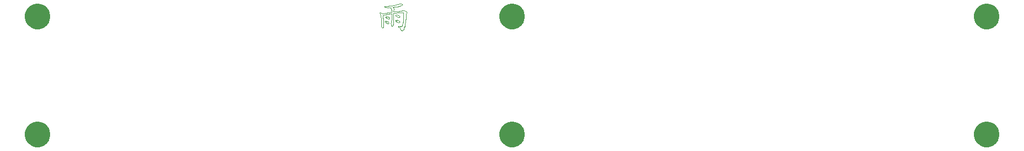
<source format=gbr>
G04 #@! TF.GenerationSoftware,KiCad,Pcbnew,(5.1.4)-1*
G04 #@! TF.CreationDate,2020-11-05T19:12:25-08:00*
G04 #@! TF.ProjectId,plate,706c6174-652e-46b6-9963-61645f706362,rev?*
G04 #@! TF.SameCoordinates,Original*
G04 #@! TF.FileFunction,Soldermask,Top*
G04 #@! TF.FilePolarity,Negative*
%FSLAX46Y46*%
G04 Gerber Fmt 4.6, Leading zero omitted, Abs format (unit mm)*
G04 Created by KiCad (PCBNEW (5.1.4)-1) date 2020-11-05 19:12:25*
%MOMM*%
%LPD*%
G04 APERTURE LIST*
%ADD10C,0.060000*%
%ADD11C,0.100000*%
G04 APERTURE END LIST*
D10*
X88439631Y-33340679D02*
G75*
G02X88487027Y-33339517I32367J-352927D01*
G01*
X90261009Y-33162793D02*
X90188915Y-33160999D01*
X88853336Y-33434103D02*
G75*
G02X88916959Y-33486620I-163983J-263455D01*
G01*
X88907425Y-33765416D02*
G75*
G02X88850426Y-33764643I-27336J86130D01*
G01*
X88380105Y-33360105D02*
G75*
G02X88405456Y-33347273I48168J-63701D01*
G01*
X88668714Y-33361231D02*
G75*
G02X88769268Y-33391785I-138066J-635117D01*
G01*
X88966498Y-33564658D02*
G75*
G02X88981817Y-33651386I-196788J-79475D01*
G01*
X88981817Y-33651386D02*
G75*
G02X88960108Y-33724037I-149538J5113D01*
G01*
X88850426Y-33764643D02*
G75*
G02X88749381Y-33723043I319937J920636D01*
G01*
X88749381Y-33723043D02*
G75*
G02X88630772Y-33657952I528879J1104331D01*
G01*
X88356719Y-33397513D02*
G75*
G02X88380105Y-33360104I60689J-11925D01*
G01*
X90124102Y-33161301D02*
X90070083Y-33163109D01*
X88405456Y-33347272D02*
G75*
G02X88439631Y-33340679I50233J-168499D01*
G01*
X88555634Y-33344007D02*
G75*
G02X88668713Y-33361231I-80215J-906400D01*
G01*
X88555635Y-33344006D02*
X88487027Y-33339517D01*
X88916959Y-33486621D02*
G75*
G02X88966498Y-33564659I-187498J-173766D01*
G01*
X88410772Y-33496423D02*
G75*
G02X88364241Y-33440947I147537J170998D01*
G01*
X88960108Y-33724037D02*
G75*
G02X88907425Y-33765416I-81565J49620D01*
G01*
X90052557Y-33167327D02*
G75*
G02X90070083Y-33163109I19670J-43211D01*
G01*
X88410771Y-33496424D02*
X88507308Y-33573795D01*
X90188915Y-33160999D02*
X90124102Y-33161301D01*
X88769268Y-33391785D02*
G75*
G02X88853337Y-33434103I-191354J-484811D01*
G01*
X88364241Y-33440947D02*
G75*
G02X88356720Y-33397513I52991J31544D01*
G01*
X88507308Y-33573795D02*
X88630772Y-33657952D01*
X90147466Y-33353051D02*
G75*
G02X90078705Y-33301068I152661J273406D01*
G01*
X90590823Y-33566916D02*
G75*
G02X90498643Y-33535044I94787J423382D01*
G01*
X90716215Y-33487550D02*
G75*
G02X90690119Y-33536520I-107802J26011D01*
G01*
X90668982Y-33317702D02*
G75*
G02X90717322Y-33429072I-236324J-168752D01*
G01*
X90261009Y-33162792D02*
G75*
G02X90444286Y-33184557I-42584J-1141150D01*
G01*
X89056542Y-32800109D02*
G75*
G02X89062270Y-32862742I-208170J-50613D01*
G01*
X90717323Y-33429071D02*
G75*
G02X90716216Y-33487550I-132650J-26740D01*
G01*
X90690119Y-33536520D02*
G75*
G02X90644919Y-33564925I-74474J68344D01*
G01*
X88967112Y-32678400D02*
G75*
G02X88994062Y-32696199I-93696J-171177D01*
G01*
X90045860Y-33260347D02*
G75*
G02X90029839Y-33220535I95768J61668D01*
G01*
X89031169Y-32938718D02*
G75*
G02X89013118Y-32950267I-30200J27318D01*
G01*
X90032738Y-33188266D02*
G75*
G02X90052557Y-33167327I35695J-13938D01*
G01*
X89062270Y-32862742D02*
G75*
G02X89047416Y-32915637I-127028J7138D01*
G01*
X89047416Y-32915637D02*
G75*
G02X89031169Y-32938718I-102268J54732D01*
G01*
X88429903Y-32622546D02*
G75*
G02X88474482Y-32599609I49201J-40834D01*
G01*
X88883611Y-32639801D02*
X88841176Y-32625332D01*
X88598648Y-32595536D02*
X88474482Y-32599609D01*
X88598648Y-32595536D02*
G75*
G02X88732277Y-32603339I-8795J-1298694D01*
G01*
X88927699Y-32658507D02*
X88883611Y-32639801D01*
X89032527Y-32740450D02*
G75*
G02X89056542Y-32800109I-193447J-112532D01*
G01*
X89013118Y-32950267D02*
G75*
G02X88987006Y-32953477I-21844J69885D01*
G01*
X90444285Y-33184558D02*
G75*
G02X90579376Y-33235972I-87252J-432437D01*
G01*
X88994062Y-32696199D02*
G75*
G02X89032527Y-32740449I-96619J-122832D01*
G01*
X88732277Y-32603339D02*
G75*
G02X88841176Y-32625332I-68235J-618466D01*
G01*
X90147466Y-33353051D02*
X90321894Y-33446994D01*
X90579377Y-33235971D02*
G75*
G02X90668983Y-33317702I-145775J-249809D01*
G01*
X88967112Y-32678400D02*
X88927699Y-32658507D01*
X90644918Y-33564924D02*
G75*
G02X90590823Y-33566915I-30834J101907D01*
G01*
X90029838Y-33220535D02*
G75*
G02X90032737Y-33188266I57001J11144D01*
G01*
X90078705Y-33301068D02*
G75*
G02X90045860Y-33260347I173759J173760D01*
G01*
X88940585Y-32949030D02*
X88987006Y-32953477D01*
X90321894Y-33446994D02*
X90498643Y-33535044D01*
X89740238Y-31485374D02*
X89779032Y-31307235D01*
X89689829Y-31154069D02*
G75*
G02X89758417Y-31207413I-376443J-554792D01*
G01*
X89859463Y-31017551D02*
X90034405Y-30988637D01*
X89609739Y-31060994D02*
G75*
G02X89633846Y-31054648I77246J-244480D01*
G01*
X89662557Y-31049474D02*
X89712624Y-31041650D01*
X89712624Y-31041650D02*
X89859463Y-31017551D01*
X89780603Y-31248221D02*
G75*
G02X89779032Y-31307235I-165168J-25131D01*
G01*
X89591529Y-31067606D02*
X89609739Y-31060994D01*
X89591615Y-31080210D02*
G75*
G02X89588072Y-31073008I6388J7616D01*
G01*
X91160767Y-30699702D02*
G75*
G02X91110207Y-30762585I-93602J23492D01*
G01*
X91110206Y-30762584D02*
G75*
G02X90977776Y-30813250I-326854J655930D01*
G01*
X90977776Y-30813250D02*
G75*
G02X90734501Y-30868508I-732983J2663886D01*
G01*
X90034405Y-30988637D02*
X90227557Y-30956481D01*
X89633846Y-31054648D02*
X89662557Y-31049474D01*
X89588073Y-31073009D02*
G75*
G02X89591529Y-31067606I5585J234D01*
G01*
X89758417Y-31207413D02*
G75*
G02X89780603Y-31248221I-45334J-51082D01*
G01*
X89618176Y-31101921D02*
X89591616Y-31080209D01*
X89650993Y-31126848D02*
X89618176Y-31101921D01*
X89689829Y-31154070D02*
X89650993Y-31126848D01*
X90227557Y-30956481D02*
X90734501Y-30868508D01*
X91436907Y-34437034D02*
G75*
G02X91380612Y-34562953I-1369258J536608D01*
G01*
X91123797Y-31624419D02*
G75*
G02X91264452Y-31599048I336187J-1461215D01*
G01*
X91640094Y-33332416D02*
X91697140Y-32725374D01*
X91307104Y-34696907D02*
X91380612Y-34562953D01*
X91465222Y-31621867D02*
G75*
G02X91584503Y-31676122I-402854J-1043945D01*
G01*
X91895278Y-31896288D02*
X91816417Y-31826579D01*
X91510315Y-34190613D02*
G75*
G02X91436906Y-34437033I-1500587J312885D01*
G01*
X90747557Y-31683922D02*
X90485002Y-31714805D01*
X91775620Y-31794237D02*
X91715762Y-31753627D01*
X91780675Y-32140037D02*
G75*
G02X91831880Y-32020831I939351J-332897D01*
G01*
X89717841Y-31603091D02*
X89740238Y-31485374D01*
X89708771Y-31703416D02*
G75*
G02X89717841Y-31603091I822582J-23795D01*
G01*
X91775621Y-31794237D02*
G75*
G02X91816417Y-31826579I-281122J-396520D01*
G01*
X91748408Y-32259044D02*
G75*
G02X91780675Y-32140038I799531J-152905D01*
G01*
X89711506Y-31777541D02*
G75*
G02X89708771Y-31703415I561121J57815D01*
G01*
X91510316Y-34190613D02*
X91577697Y-33816547D01*
X89731270Y-31795375D02*
G75*
G02X89711506Y-31777541I1J19870D01*
G01*
X91715762Y-31753627D02*
X91648882Y-31712145D01*
X90485002Y-31714805D02*
X90139342Y-31753361D01*
X90852529Y-31670130D02*
X90747557Y-31683922D01*
X91264453Y-31599049D02*
G75*
G02X91367961Y-31598064I55793J-424184D01*
G01*
X91697140Y-32725374D02*
X91724506Y-32423855D01*
X89777701Y-31792857D02*
G75*
G02X89731271Y-31795374I-46430J426906D01*
G01*
X91058565Y-31637638D02*
X90961202Y-31653879D01*
X91831880Y-32020831D02*
X91895278Y-31896288D01*
X91367960Y-31598064D02*
G75*
G02X91465221Y-31621867I-43650J-388956D01*
G01*
X90139342Y-31753361D02*
X89777701Y-31792857D01*
X91724506Y-32423855D02*
G75*
G02X91748408Y-32259044I1844540J-183376D01*
G01*
X91577697Y-33816547D02*
X91640094Y-33332416D01*
X90961202Y-31653879D02*
X90852529Y-31670130D01*
X91648882Y-31712145D02*
X91584503Y-31676122D01*
X91123798Y-31624419D02*
X91058565Y-31637638D01*
X91133134Y-33999914D02*
G75*
G02X91107992Y-34072516I-615995J172669D01*
G01*
X91337694Y-32236227D02*
X91327122Y-32544950D01*
X90829814Y-34592156D02*
X90900184Y-34681467D01*
X90581681Y-34302760D02*
X90679377Y-34415374D01*
X90484719Y-34155914D02*
G75*
G02X90490155Y-34126203I23937J10973D01*
G01*
X90490155Y-34126203D02*
G75*
G02X90496928Y-34124101I5415J-5484D01*
G01*
X90707557Y-34166712D02*
X90626519Y-34148908D01*
X90881355Y-34204609D02*
X90707557Y-34166712D01*
X91047714Y-34160374D02*
G75*
G02X90995483Y-34198193I-199304J220281D01*
G01*
X91081807Y-34121116D02*
G75*
G02X91047714Y-34160374I-179507J121461D01*
G01*
X91267164Y-33292724D02*
X91221094Y-33612805D01*
X91107992Y-34072517D02*
G75*
G02X91081808Y-34121117I-253577J105263D01*
G01*
X91303193Y-32931812D02*
X91267164Y-33292724D01*
X91166549Y-33874105D02*
X91133134Y-33999914D01*
X91327122Y-32544950D02*
X91303193Y-32931812D01*
X91232851Y-34813653D02*
X91307104Y-34696907D01*
X90518956Y-34217900D02*
G75*
G02X90484719Y-34155915I396538J259478D01*
G01*
X91232851Y-34813653D02*
G75*
G02X91182731Y-34864504I-163509J111034D01*
G01*
X90752437Y-34498728D02*
X90829814Y-34592156D01*
X90949066Y-34210954D02*
G75*
G02X90881355Y-34204609I-5664J304026D01*
G01*
X91331269Y-32076212D02*
G75*
G02X91337694Y-32236227I-1248959J-130285D01*
G01*
X91182731Y-34864504D02*
G75*
G02X91123050Y-34892798I-113099J161472D01*
G01*
X90679377Y-34415374D02*
X90752437Y-34498728D01*
X90581681Y-34302760D02*
G75*
G02X90518957Y-34217900I711118J591230D01*
G01*
X90995484Y-34198194D02*
G75*
G02X90949067Y-34210954I-48232J84642D01*
G01*
X91123049Y-34892798D02*
G75*
G02X91073454Y-34888281I-18891J67114D01*
G01*
X91073454Y-34888281D02*
G75*
G02X91022050Y-34847281I67162J136926D01*
G01*
X90626519Y-34148908D02*
X90557070Y-34135088D01*
X90950049Y-34750374D02*
X91022050Y-34847281D01*
X91221094Y-33612805D02*
X91166549Y-33874105D01*
X90900184Y-34681467D02*
X90950049Y-34750374D01*
X90557070Y-34135088D02*
X90496928Y-34124101D01*
X90825917Y-30499411D02*
G75*
G02X90886992Y-30506723I-11630J-355850D01*
G01*
X91121255Y-30603325D02*
G75*
G02X91156254Y-30650460I-93060J-105663D01*
G01*
X90439626Y-32674402D02*
G75*
G02X90197006Y-32573077I927994J2563185D01*
G01*
X91056136Y-30560929D02*
G75*
G02X91121254Y-30603325I-112674J-244268D01*
G01*
X90063710Y-32476996D02*
G75*
G02X90055518Y-32403926I43577J41880D01*
G01*
X90718754Y-32590191D02*
G75*
G02X90705162Y-32653701I-109952J-9679D01*
G01*
X88424747Y-32662867D02*
G75*
G02X88429903Y-32622547I34341J16098D01*
G01*
X90697119Y-32519866D02*
G75*
G02X90718754Y-32590191I-153628J-85753D01*
G01*
X90129628Y-32351842D02*
G75*
G02X90235957Y-32340516I115554J-580043D01*
G01*
X90614432Y-32710564D02*
G75*
G02X90540837Y-32704755I-18399J235994D01*
G01*
X90759264Y-30502240D02*
X90661736Y-30516186D01*
X88940585Y-32949030D02*
G75*
G02X88896757Y-32938824I31024J232434D01*
G01*
X88827417Y-32913611D02*
X88896757Y-32938824D01*
X88749086Y-32880787D02*
X88827417Y-32913611D01*
X88542268Y-32772782D02*
X88671927Y-32844015D01*
X90562627Y-32398345D02*
G75*
G02X90642626Y-32452503I-176491J-346867D01*
G01*
X90667428Y-32693205D02*
G75*
G02X90614431Y-32710564I-62161J100199D01*
G01*
X90963599Y-30526052D02*
X90886992Y-30506723D01*
X90540837Y-32704754D02*
G75*
G02X90439626Y-32674402I220070J917751D01*
G01*
X90963599Y-30526053D02*
G75*
G02X91056136Y-30560929I-196334J-661125D01*
G01*
X90474091Y-32365937D02*
G75*
G02X90562627Y-32398345I-90361J-384004D01*
G01*
X90759264Y-30502240D02*
G75*
G02X90825917Y-30499410I52131J-441509D01*
G01*
X90197006Y-32573076D02*
G75*
G02X90063710Y-32476996I196311J412851D01*
G01*
X90055518Y-32403926D02*
G75*
G02X90129628Y-32351842I96009J-57844D01*
G01*
X90642626Y-32452503D02*
G75*
G02X90697119Y-32519866I-167711J-191393D01*
G01*
X91156253Y-30650459D02*
G75*
G02X91160767Y-30699702I-67949J-31056D01*
G01*
X88671927Y-32844015D02*
X88749086Y-32880787D01*
X90235957Y-32340515D02*
G75*
G02X90357781Y-32346086I15527J-995326D01*
G01*
X90357781Y-32346086D02*
G75*
G02X90474091Y-32365938I-101578J-945802D01*
G01*
X90705162Y-32653702D02*
G75*
G02X90667428Y-32693205I-95254J53215D01*
G01*
X88461438Y-32712764D02*
G75*
G02X88424747Y-32662867I107521J117501D01*
G01*
X88542269Y-32772782D02*
G75*
G02X88461438Y-32712765I251645J423352D01*
G01*
X91308495Y-31983692D02*
G75*
G02X91331269Y-32076212I-323115J-128601D01*
G01*
X89685291Y-33607892D02*
X89687445Y-32981555D01*
X91019097Y-31921783D02*
X91202518Y-31917998D01*
X89688681Y-32626616D02*
X89692396Y-32326096D01*
X89650969Y-34017359D02*
G75*
G02X89603135Y-34121484I-298624J74135D01*
G01*
X89470710Y-34135424D02*
G75*
G02X89423519Y-34053997I529147J361052D01*
G01*
X90754210Y-31936014D02*
X91019097Y-31921783D01*
X89423519Y-34053998D02*
G75*
G02X89373290Y-33925860I793201J384842D01*
G01*
X89674789Y-33868412D02*
X89685291Y-33607892D01*
X89687445Y-32981555D02*
X89688681Y-32626616D01*
X89902211Y-32010459D02*
X90099307Y-31988671D01*
X89704143Y-32047483D02*
G75*
G02X89748421Y-32031350I61101J-98864D01*
G01*
X89697357Y-32059386D02*
G75*
G02X89704143Y-32047484I14313J-276D01*
G01*
X89603135Y-34121484D02*
G75*
G02X89558132Y-34165013I-139374J99066D01*
G01*
X89748421Y-32031350D02*
X89902211Y-32010459D01*
X89692396Y-32326096D02*
X89697356Y-32059386D01*
X89674789Y-33868412D02*
G75*
G02X89650969Y-34017359I-888495J65713D01*
G01*
X90099307Y-31988671D02*
X90347557Y-31966783D01*
X89558132Y-34165013D02*
G75*
G02X89514649Y-34169930I-26558J40129D01*
G01*
X89514649Y-34169930D02*
G75*
G02X89470710Y-34135425I32582J86718D01*
G01*
X89373290Y-33925859D02*
G75*
G02X89346275Y-33796896I709441J215923D01*
G01*
X90347557Y-31966783D02*
X90754210Y-31936014D01*
X89302206Y-32090888D02*
X89345113Y-32083954D01*
X89197526Y-32107067D02*
X89302206Y-32090888D01*
X88691384Y-32186285D02*
X88937557Y-32146696D01*
X88937557Y-32146696D02*
X89072698Y-32126187D01*
X88475123Y-32226225D02*
X88691384Y-32186285D01*
X89402105Y-32708989D02*
X89395465Y-33015726D01*
X89345113Y-32083954D02*
X89412670Y-32072603D01*
X89072698Y-32126187D02*
X89197526Y-32107067D01*
X89342012Y-33661559D02*
G75*
G02X89359792Y-33514303I1129515J-61682D01*
G01*
X89346275Y-33796897D02*
G75*
G02X89342012Y-33661560I782357J92381D01*
G01*
X89375241Y-33401635D02*
G75*
G02X89359792Y-33514303I-1144810J99582D01*
G01*
X89386667Y-33237817D02*
X89375241Y-33401636D01*
X89395465Y-33015726D02*
X89386667Y-33237817D01*
X89412670Y-32072603D02*
X89402105Y-32708989D01*
X88287617Y-32266581D02*
X88475123Y-32226225D01*
X91263296Y-31933093D02*
G75*
G02X91308494Y-31983692I-46642J-87151D01*
G01*
X91202519Y-31917998D02*
G75*
G02X91263296Y-31933094I572J-127590D01*
G01*
X90440763Y-30568465D02*
X90351736Y-30592818D01*
X90661736Y-30516186D02*
X90611005Y-30526280D01*
X90531148Y-30545341D02*
X90440763Y-30568465D01*
X90351736Y-30592818D02*
X90127357Y-30652749D01*
X88351699Y-30942155D02*
X88316700Y-30953049D01*
X88392825Y-30932832D02*
X88351699Y-30942155D01*
X89897278Y-30707340D02*
X89658391Y-30757289D01*
X89221035Y-30833240D02*
X89038140Y-30858541D01*
X89658391Y-30757289D02*
X89407557Y-30803282D01*
X90127357Y-30652749D02*
X89897278Y-30707340D01*
X90611005Y-30526280D02*
X90531148Y-30545341D01*
X89407557Y-30803282D02*
X89221035Y-30833240D01*
X88434793Y-30926698D02*
X88392825Y-30932832D01*
X88804531Y-30886352D02*
X88434793Y-30926698D01*
X89038140Y-30858541D02*
X88804531Y-30886352D01*
X88034217Y-32731837D02*
X88021337Y-32338300D01*
X88029592Y-34410975D02*
G75*
G02X88012177Y-34415374I-17415J32274D01*
G01*
X88076592Y-34350374D02*
G75*
G02X88062843Y-34377536I-187707J77953D01*
G01*
X88117639Y-34089532D02*
G75*
G02X88106466Y-34239623I-1275449J19484D01*
G01*
X87961789Y-34399313D02*
G75*
G02X87888251Y-34339745I430425J606549D01*
G01*
X87817757Y-34265295D02*
G75*
G02X87771115Y-34193272I287803J237493D01*
G01*
X87747535Y-34121301D02*
G75*
G02X87737216Y-34024129I708196J124337D01*
G01*
X87533212Y-32034549D02*
G75*
G02X87536254Y-32000576I58345J11897D01*
G01*
X87734953Y-33852362D02*
X87737216Y-34024129D01*
X87536254Y-32000576D02*
G75*
G02X87557582Y-31968206I89374J-35677D01*
G01*
X88021337Y-32338300D02*
X88129447Y-32307444D01*
X88042095Y-32914820D02*
X88034217Y-32731837D01*
X88055456Y-33141960D02*
X88042095Y-32914820D01*
X88071658Y-33374446D02*
X88055456Y-33141960D01*
X88088431Y-33575374D02*
X88071658Y-33374446D01*
X88112443Y-33881146D02*
X88088431Y-33575374D01*
X88117639Y-34089532D02*
X88112443Y-33881146D01*
X88106467Y-34239622D02*
G75*
G02X88076592Y-34350374I-438029J58750D01*
G01*
X87690853Y-32428459D02*
G75*
G02X87730915Y-32614319I-902718J-291828D01*
G01*
X87608317Y-32217025D02*
G75*
G02X87690853Y-32428459I-1733440J-798498D01*
G01*
X88062843Y-34377536D02*
G75*
G02X88046824Y-34398083I-94175J56906D01*
G01*
X87888251Y-34339745D02*
G75*
G02X87817757Y-34265295I509764J553276D01*
G01*
X88046824Y-34398083D02*
G75*
G02X88029592Y-34410976I-51988J51520D01*
G01*
X87730915Y-32614320D02*
G75*
G02X87745118Y-32867886I-2255592J-253524D01*
G01*
X88012177Y-34415374D02*
G75*
G02X87961790Y-34399313I0J87066D01*
G01*
X87741043Y-33397872D02*
X87734953Y-33852362D01*
X87745118Y-32867886D02*
X87741043Y-33397872D01*
X87549926Y-32087200D02*
G75*
G02X87533211Y-32034549I238472J104685D01*
G01*
X87549925Y-32087199D02*
X87608317Y-32217024D01*
X87557582Y-31968206D02*
G75*
G02X87595368Y-31950997I41889J-41890D01*
G01*
X87771115Y-34193272D02*
G75*
G02X87747534Y-34121301I238450J117976D01*
G01*
X88129447Y-32307444D02*
X88287617Y-32266581D01*
X88737557Y-31954729D02*
X88568998Y-31986781D01*
X88273133Y-30993709D02*
G75*
G02X88276880Y-30980834I14258J2833D01*
G01*
X88424431Y-31111113D02*
G75*
G02X88311593Y-31041229I92221J274943D01*
G01*
X89324194Y-31195400D02*
G75*
G02X89359108Y-31296172I-612100J-268508D01*
G01*
X88900808Y-31924126D02*
X88737557Y-31954729D01*
X88822997Y-31168069D02*
G75*
G02X88604400Y-31153974I-20941J1377418D01*
G01*
X89275441Y-31863378D02*
X89198024Y-31873470D01*
X89198024Y-31873470D02*
X89060560Y-31896037D01*
X88296225Y-30963875D02*
G75*
G02X88316700Y-30953049I47312J-64704D01*
G01*
X89413326Y-31849260D02*
X89275441Y-31863378D01*
X87595368Y-31950998D02*
G75*
G02X87650128Y-31956259I11593J-166957D01*
G01*
X87917116Y-32099664D02*
X87817095Y-32037488D01*
X87650128Y-31956259D02*
G75*
G02X87723032Y-31984290I-95042J-356007D01*
G01*
X87817095Y-32037488D02*
X87723032Y-31984290D01*
X88234937Y-32047636D02*
X88127336Y-32065813D01*
X88568998Y-31986781D02*
X88393304Y-32019219D01*
X89141138Y-31138691D02*
X89209214Y-31133260D01*
X89057557Y-31149381D02*
G75*
G02X88822997Y-31168069I-262392J1811923D01*
G01*
X89057557Y-31149380D02*
X89141138Y-31138691D01*
X89280364Y-31138526D02*
G75*
G02X89324194Y-31195400I-92708J-116769D01*
G01*
X89060560Y-31896037D02*
X88900808Y-31924126D01*
X89385002Y-31431583D02*
X89400000Y-31600000D01*
X89359108Y-31296172D02*
G75*
G02X89385002Y-31431583I-1031763J-267482D01*
G01*
X88604400Y-31153974D02*
G75*
G02X88424432Y-31111114I147957J1020521D01*
G01*
X88280873Y-31009044D02*
X88311593Y-31041229D01*
X88127336Y-32065813D02*
X87917116Y-32099664D01*
X89209214Y-31133260D02*
X89261985Y-31132077D01*
X88393304Y-32019219D02*
X88234937Y-32047636D01*
X88280873Y-31009044D02*
G75*
G02X88273132Y-30993709I23690J21580D01*
G01*
X88276881Y-30980834D02*
G75*
G02X88296225Y-30963875I105344J-100653D01*
G01*
X89261986Y-31132077D02*
G75*
G02X89280365Y-31138526I-115J-29742D01*
G01*
X89400000Y-31600000D02*
X89413326Y-31849260D01*
D11*
G36*
X109342004Y-49621568D02*
G01*
X109715261Y-49776176D01*
X109715263Y-49776177D01*
X110051186Y-50000634D01*
X110336866Y-50286314D01*
X110560863Y-50621548D01*
X110561324Y-50622239D01*
X110715932Y-50995496D01*
X110794750Y-51391743D01*
X110794750Y-51795757D01*
X110715932Y-52192004D01*
X110604148Y-52461874D01*
X110561323Y-52565263D01*
X110336866Y-52901186D01*
X110051186Y-53186866D01*
X109715263Y-53411323D01*
X109715262Y-53411324D01*
X109715261Y-53411324D01*
X109342004Y-53565932D01*
X108945757Y-53644750D01*
X108541743Y-53644750D01*
X108145496Y-53565932D01*
X107772239Y-53411324D01*
X107772238Y-53411324D01*
X107772237Y-53411323D01*
X107436314Y-53186866D01*
X107150634Y-52901186D01*
X106926177Y-52565263D01*
X106883352Y-52461874D01*
X106771568Y-52192004D01*
X106692750Y-51795757D01*
X106692750Y-51391743D01*
X106771568Y-50995496D01*
X106926176Y-50622239D01*
X106926638Y-50621548D01*
X107150634Y-50286314D01*
X107436314Y-50000634D01*
X107772237Y-49776177D01*
X107772239Y-49776176D01*
X108145496Y-49621568D01*
X108541743Y-49542750D01*
X108945757Y-49542750D01*
X109342004Y-49621568D01*
X109342004Y-49621568D01*
G37*
G36*
X33142004Y-49621568D02*
G01*
X33515261Y-49776176D01*
X33515263Y-49776177D01*
X33851186Y-50000634D01*
X34136866Y-50286314D01*
X34360863Y-50621548D01*
X34361324Y-50622239D01*
X34515932Y-50995496D01*
X34594750Y-51391743D01*
X34594750Y-51795757D01*
X34515932Y-52192004D01*
X34404148Y-52461874D01*
X34361323Y-52565263D01*
X34136866Y-52901186D01*
X33851186Y-53186866D01*
X33515263Y-53411323D01*
X33515262Y-53411324D01*
X33515261Y-53411324D01*
X33142004Y-53565932D01*
X32745757Y-53644750D01*
X32341743Y-53644750D01*
X31945496Y-53565932D01*
X31572239Y-53411324D01*
X31572238Y-53411324D01*
X31572237Y-53411323D01*
X31236314Y-53186866D01*
X30950634Y-52901186D01*
X30726177Y-52565263D01*
X30683352Y-52461874D01*
X30571568Y-52192004D01*
X30492750Y-51795757D01*
X30492750Y-51391743D01*
X30571568Y-50995496D01*
X30726176Y-50622239D01*
X30726638Y-50621548D01*
X30950634Y-50286314D01*
X31236314Y-50000634D01*
X31572237Y-49776177D01*
X31572239Y-49776176D01*
X31945496Y-49621568D01*
X32341743Y-49542750D01*
X32745757Y-49542750D01*
X33142004Y-49621568D01*
X33142004Y-49621568D01*
G37*
G36*
X185542004Y-49621568D02*
G01*
X185915261Y-49776176D01*
X185915263Y-49776177D01*
X186251186Y-50000634D01*
X186536866Y-50286314D01*
X186760863Y-50621548D01*
X186761324Y-50622239D01*
X186915932Y-50995496D01*
X186994750Y-51391743D01*
X186994750Y-51795757D01*
X186915932Y-52192004D01*
X186804148Y-52461874D01*
X186761323Y-52565263D01*
X186536866Y-52901186D01*
X186251186Y-53186866D01*
X185915263Y-53411323D01*
X185915262Y-53411324D01*
X185915261Y-53411324D01*
X185542004Y-53565932D01*
X185145757Y-53644750D01*
X184741743Y-53644750D01*
X184345496Y-53565932D01*
X183972239Y-53411324D01*
X183972238Y-53411324D01*
X183972237Y-53411323D01*
X183636314Y-53186866D01*
X183350634Y-52901186D01*
X183126177Y-52565263D01*
X183083352Y-52461874D01*
X182971568Y-52192004D01*
X182892750Y-51795757D01*
X182892750Y-51391743D01*
X182971568Y-50995496D01*
X183126176Y-50622239D01*
X183126638Y-50621548D01*
X183350634Y-50286314D01*
X183636314Y-50000634D01*
X183972237Y-49776177D01*
X183972239Y-49776176D01*
X184345496Y-49621568D01*
X184741743Y-49542750D01*
X185145757Y-49542750D01*
X185542004Y-49621568D01*
X185542004Y-49621568D01*
G37*
G36*
X109342004Y-30571568D02*
G01*
X109715261Y-30726176D01*
X109715263Y-30726177D01*
X110051186Y-30950634D01*
X110336866Y-31236314D01*
X110560863Y-31571548D01*
X110561324Y-31572239D01*
X110715932Y-31945496D01*
X110794750Y-32341743D01*
X110794750Y-32745757D01*
X110715932Y-33142004D01*
X110604148Y-33411874D01*
X110561323Y-33515263D01*
X110336866Y-33851186D01*
X110051186Y-34136866D01*
X109715263Y-34361323D01*
X109715262Y-34361324D01*
X109715261Y-34361324D01*
X109342004Y-34515932D01*
X108945757Y-34594750D01*
X108541743Y-34594750D01*
X108145496Y-34515932D01*
X107772239Y-34361324D01*
X107772238Y-34361324D01*
X107772237Y-34361323D01*
X107436314Y-34136866D01*
X107150634Y-33851186D01*
X106926177Y-33515263D01*
X106883352Y-33411874D01*
X106771568Y-33142004D01*
X106692750Y-32745757D01*
X106692750Y-32341743D01*
X106771568Y-31945496D01*
X106926176Y-31572239D01*
X106926638Y-31571548D01*
X107150634Y-31236314D01*
X107436314Y-30950634D01*
X107772237Y-30726177D01*
X107772239Y-30726176D01*
X108145496Y-30571568D01*
X108541743Y-30492750D01*
X108945757Y-30492750D01*
X109342004Y-30571568D01*
X109342004Y-30571568D01*
G37*
G36*
X33142004Y-30571568D02*
G01*
X33515261Y-30726176D01*
X33515263Y-30726177D01*
X33851186Y-30950634D01*
X34136866Y-31236314D01*
X34360863Y-31571548D01*
X34361324Y-31572239D01*
X34515932Y-31945496D01*
X34594750Y-32341743D01*
X34594750Y-32745757D01*
X34515932Y-33142004D01*
X34404148Y-33411874D01*
X34361323Y-33515263D01*
X34136866Y-33851186D01*
X33851186Y-34136866D01*
X33515263Y-34361323D01*
X33515262Y-34361324D01*
X33515261Y-34361324D01*
X33142004Y-34515932D01*
X32745757Y-34594750D01*
X32341743Y-34594750D01*
X31945496Y-34515932D01*
X31572239Y-34361324D01*
X31572238Y-34361324D01*
X31572237Y-34361323D01*
X31236314Y-34136866D01*
X30950634Y-33851186D01*
X30726177Y-33515263D01*
X30683352Y-33411874D01*
X30571568Y-33142004D01*
X30492750Y-32745757D01*
X30492750Y-32341743D01*
X30571568Y-31945496D01*
X30726176Y-31572239D01*
X30726638Y-31571548D01*
X30950634Y-31236314D01*
X31236314Y-30950634D01*
X31572237Y-30726177D01*
X31572239Y-30726176D01*
X31945496Y-30571568D01*
X32341743Y-30492750D01*
X32745757Y-30492750D01*
X33142004Y-30571568D01*
X33142004Y-30571568D01*
G37*
G36*
X185542004Y-30571568D02*
G01*
X185915261Y-30726176D01*
X185915263Y-30726177D01*
X186251186Y-30950634D01*
X186536866Y-31236314D01*
X186760863Y-31571548D01*
X186761324Y-31572239D01*
X186915932Y-31945496D01*
X186994750Y-32341743D01*
X186994750Y-32745757D01*
X186915932Y-33142004D01*
X186804148Y-33411874D01*
X186761323Y-33515263D01*
X186536866Y-33851186D01*
X186251186Y-34136866D01*
X185915263Y-34361323D01*
X185915262Y-34361324D01*
X185915261Y-34361324D01*
X185542004Y-34515932D01*
X185145757Y-34594750D01*
X184741743Y-34594750D01*
X184345496Y-34515932D01*
X183972239Y-34361324D01*
X183972238Y-34361324D01*
X183972237Y-34361323D01*
X183636314Y-34136866D01*
X183350634Y-33851186D01*
X183126177Y-33515263D01*
X183083352Y-33411874D01*
X182971568Y-33142004D01*
X182892750Y-32745757D01*
X182892750Y-32341743D01*
X182971568Y-31945496D01*
X183126176Y-31572239D01*
X183126638Y-31571548D01*
X183350634Y-31236314D01*
X183636314Y-30950634D01*
X183972237Y-30726177D01*
X183972239Y-30726176D01*
X184345496Y-30571568D01*
X184741743Y-30492750D01*
X185145757Y-30492750D01*
X185542004Y-30571568D01*
X185542004Y-30571568D01*
G37*
M02*

</source>
